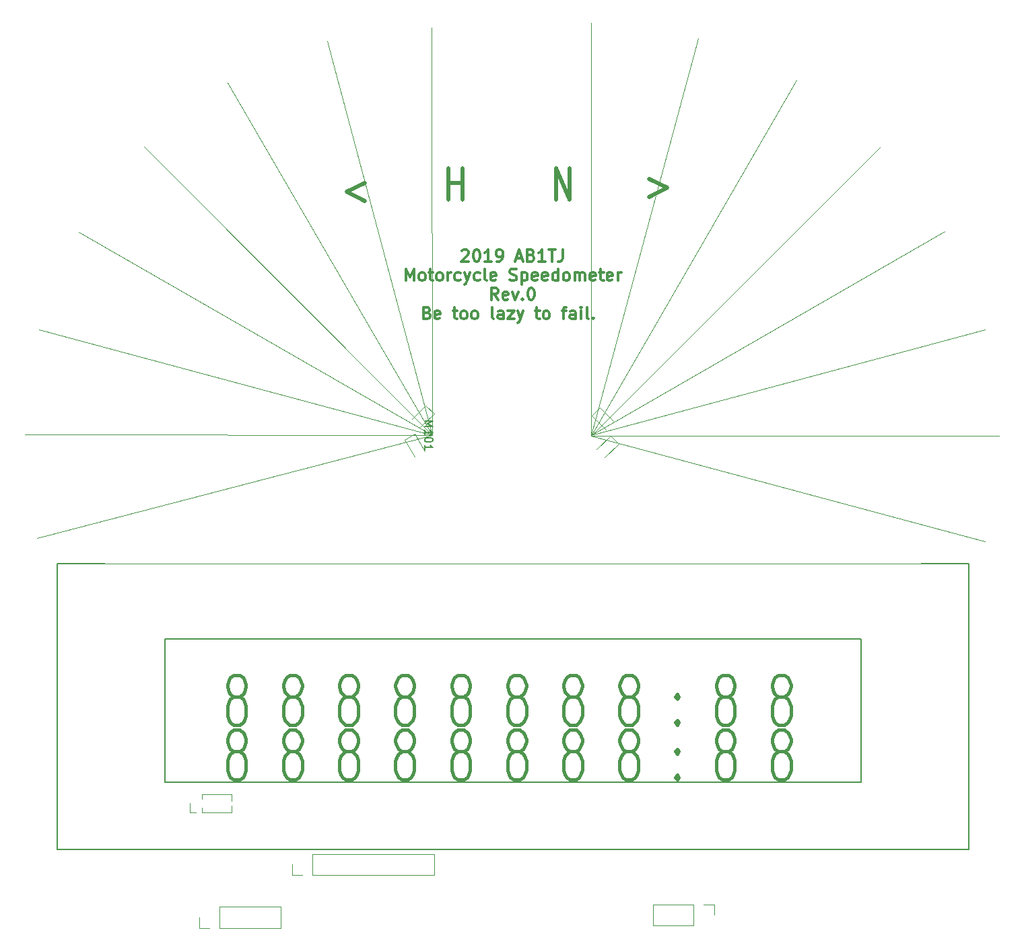
<source format=gto>
G04 #@! TF.GenerationSoftware,KiCad,Pcbnew,(5.99.0-286-g11f0acefe)*
G04 #@! TF.CreationDate,2019-11-05T18:07:44-05:00*
G04 #@! TF.ProjectId,MotorcycleSpeedo,4d6f746f-7263-4796-936c-655370656564,rev?*
G04 #@! TF.SameCoordinates,Original*
G04 #@! TF.FileFunction,Legend,Top*
G04 #@! TF.FilePolarity,Positive*
%FSLAX46Y46*%
G04 Gerber Fmt 4.6, Leading zero omitted, Abs format (unit mm)*
G04 Created by KiCad (PCBNEW (5.99.0-286-g11f0acefe)) date 2019-11-05 18:07:44*
%MOMM*%
%LPD*%
G04 APERTURE LIST*
%ADD10C,0.300000*%
%ADD11C,0.120000*%
%ADD12C,0.150000*%
%ADD13C,0.500000*%
%ADD14C,0.420000*%
G04 APERTURE END LIST*
D10*
X207567142Y-90128928D02*
X207638571Y-90057500D01*
X207781428Y-89986071D01*
X208138571Y-89986071D01*
X208281428Y-90057500D01*
X208352857Y-90128928D01*
X208424285Y-90271785D01*
X208424285Y-90414642D01*
X208352857Y-90628928D01*
X207495714Y-91486071D01*
X208424285Y-91486071D01*
X209352857Y-89986071D02*
X209495714Y-89986071D01*
X209638571Y-90057500D01*
X209710000Y-90128928D01*
X209781428Y-90271785D01*
X209852857Y-90557500D01*
X209852857Y-90914642D01*
X209781428Y-91200357D01*
X209710000Y-91343214D01*
X209638571Y-91414642D01*
X209495714Y-91486071D01*
X209352857Y-91486071D01*
X209210000Y-91414642D01*
X209138571Y-91343214D01*
X209067142Y-91200357D01*
X208995714Y-90914642D01*
X208995714Y-90557500D01*
X209067142Y-90271785D01*
X209138571Y-90128928D01*
X209210000Y-90057500D01*
X209352857Y-89986071D01*
X211281428Y-91486071D02*
X210424285Y-91486071D01*
X210852857Y-91486071D02*
X210852857Y-89986071D01*
X210710000Y-90200357D01*
X210567142Y-90343214D01*
X210424285Y-90414642D01*
X211995714Y-91486071D02*
X212281428Y-91486071D01*
X212424285Y-91414642D01*
X212495714Y-91343214D01*
X212638571Y-91128928D01*
X212710000Y-90843214D01*
X212710000Y-90271785D01*
X212638571Y-90128928D01*
X212567142Y-90057500D01*
X212424285Y-89986071D01*
X212138571Y-89986071D01*
X211995714Y-90057500D01*
X211924285Y-90128928D01*
X211852857Y-90271785D01*
X211852857Y-90628928D01*
X211924285Y-90771785D01*
X211995714Y-90843214D01*
X212138571Y-90914642D01*
X212424285Y-90914642D01*
X212567142Y-90843214D01*
X212638571Y-90771785D01*
X212710000Y-90628928D01*
X214424285Y-91057500D02*
X215138571Y-91057500D01*
X214281428Y-91486071D02*
X214781428Y-89986071D01*
X215281428Y-91486071D01*
X216281428Y-90700357D02*
X216495714Y-90771785D01*
X216567142Y-90843214D01*
X216638571Y-90986071D01*
X216638571Y-91200357D01*
X216567142Y-91343214D01*
X216495714Y-91414642D01*
X216352857Y-91486071D01*
X215781428Y-91486071D01*
X215781428Y-89986071D01*
X216281428Y-89986071D01*
X216424285Y-90057500D01*
X216495714Y-90128928D01*
X216567142Y-90271785D01*
X216567142Y-90414642D01*
X216495714Y-90557500D01*
X216424285Y-90628928D01*
X216281428Y-90700357D01*
X215781428Y-90700357D01*
X218067142Y-91486071D02*
X217210000Y-91486071D01*
X217638571Y-91486071D02*
X217638571Y-89986071D01*
X217495714Y-90200357D01*
X217352857Y-90343214D01*
X217210000Y-90414642D01*
X218495714Y-89986071D02*
X219352857Y-89986071D01*
X218924285Y-91486071D02*
X218924285Y-89986071D01*
X220281428Y-89986071D02*
X220281428Y-91057500D01*
X220210000Y-91271785D01*
X220067142Y-91414642D01*
X219852857Y-91486071D01*
X219710000Y-91486071D01*
X200531428Y-93901071D02*
X200531428Y-92401071D01*
X201031428Y-93472500D01*
X201531428Y-92401071D01*
X201531428Y-93901071D01*
X202460000Y-93901071D02*
X202317142Y-93829642D01*
X202245714Y-93758214D01*
X202174285Y-93615357D01*
X202174285Y-93186785D01*
X202245714Y-93043928D01*
X202317142Y-92972500D01*
X202460000Y-92901071D01*
X202674285Y-92901071D01*
X202817142Y-92972500D01*
X202888571Y-93043928D01*
X202960000Y-93186785D01*
X202960000Y-93615357D01*
X202888571Y-93758214D01*
X202817142Y-93829642D01*
X202674285Y-93901071D01*
X202460000Y-93901071D01*
X203388571Y-92901071D02*
X203960000Y-92901071D01*
X203602857Y-92401071D02*
X203602857Y-93686785D01*
X203674285Y-93829642D01*
X203817142Y-93901071D01*
X203960000Y-93901071D01*
X204674285Y-93901071D02*
X204531428Y-93829642D01*
X204460000Y-93758214D01*
X204388571Y-93615357D01*
X204388571Y-93186785D01*
X204460000Y-93043928D01*
X204531428Y-92972500D01*
X204674285Y-92901071D01*
X204888571Y-92901071D01*
X205031428Y-92972500D01*
X205102857Y-93043928D01*
X205174285Y-93186785D01*
X205174285Y-93615357D01*
X205102857Y-93758214D01*
X205031428Y-93829642D01*
X204888571Y-93901071D01*
X204674285Y-93901071D01*
X205817142Y-93901071D02*
X205817142Y-92901071D01*
X205817142Y-93186785D02*
X205888571Y-93043928D01*
X205960000Y-92972500D01*
X206102857Y-92901071D01*
X206245714Y-92901071D01*
X207388571Y-93829642D02*
X207245714Y-93901071D01*
X206960000Y-93901071D01*
X206817142Y-93829642D01*
X206745714Y-93758214D01*
X206674285Y-93615357D01*
X206674285Y-93186785D01*
X206745714Y-93043928D01*
X206817142Y-92972500D01*
X206960000Y-92901071D01*
X207245714Y-92901071D01*
X207388571Y-92972500D01*
X207888571Y-92901071D02*
X208245714Y-93901071D01*
X208602857Y-92901071D02*
X208245714Y-93901071D01*
X208102857Y-94258214D01*
X208031428Y-94329642D01*
X207888571Y-94401071D01*
X209817142Y-93829642D02*
X209674285Y-93901071D01*
X209388571Y-93901071D01*
X209245714Y-93829642D01*
X209174285Y-93758214D01*
X209102857Y-93615357D01*
X209102857Y-93186785D01*
X209174285Y-93043928D01*
X209245714Y-92972500D01*
X209388571Y-92901071D01*
X209674285Y-92901071D01*
X209817142Y-92972500D01*
X210674285Y-93901071D02*
X210531428Y-93829642D01*
X210460000Y-93686785D01*
X210460000Y-92401071D01*
X211817142Y-93829642D02*
X211674285Y-93901071D01*
X211388571Y-93901071D01*
X211245714Y-93829642D01*
X211174285Y-93686785D01*
X211174285Y-93115357D01*
X211245714Y-92972500D01*
X211388571Y-92901071D01*
X211674285Y-92901071D01*
X211817142Y-92972500D01*
X211888571Y-93115357D01*
X211888571Y-93258214D01*
X211174285Y-93401071D01*
X213602857Y-93829642D02*
X213817142Y-93901071D01*
X214174285Y-93901071D01*
X214317142Y-93829642D01*
X214388571Y-93758214D01*
X214460000Y-93615357D01*
X214460000Y-93472500D01*
X214388571Y-93329642D01*
X214317142Y-93258214D01*
X214174285Y-93186785D01*
X213888571Y-93115357D01*
X213745714Y-93043928D01*
X213674285Y-92972500D01*
X213602857Y-92829642D01*
X213602857Y-92686785D01*
X213674285Y-92543928D01*
X213745714Y-92472500D01*
X213888571Y-92401071D01*
X214245714Y-92401071D01*
X214460000Y-92472500D01*
X215102857Y-92901071D02*
X215102857Y-94401071D01*
X215102857Y-92972500D02*
X215245714Y-92901071D01*
X215531428Y-92901071D01*
X215674285Y-92972500D01*
X215745714Y-93043928D01*
X215817142Y-93186785D01*
X215817142Y-93615357D01*
X215745714Y-93758214D01*
X215674285Y-93829642D01*
X215531428Y-93901071D01*
X215245714Y-93901071D01*
X215102857Y-93829642D01*
X217031428Y-93829642D02*
X216888571Y-93901071D01*
X216602857Y-93901071D01*
X216460000Y-93829642D01*
X216388571Y-93686785D01*
X216388571Y-93115357D01*
X216460000Y-92972500D01*
X216602857Y-92901071D01*
X216888571Y-92901071D01*
X217031428Y-92972500D01*
X217102857Y-93115357D01*
X217102857Y-93258214D01*
X216388571Y-93401071D01*
X218317142Y-93829642D02*
X218174285Y-93901071D01*
X217888571Y-93901071D01*
X217745714Y-93829642D01*
X217674285Y-93686785D01*
X217674285Y-93115357D01*
X217745714Y-92972500D01*
X217888571Y-92901071D01*
X218174285Y-92901071D01*
X218317142Y-92972500D01*
X218388571Y-93115357D01*
X218388571Y-93258214D01*
X217674285Y-93401071D01*
X219674285Y-93901071D02*
X219674285Y-92401071D01*
X219674285Y-93829642D02*
X219531428Y-93901071D01*
X219245714Y-93901071D01*
X219102857Y-93829642D01*
X219031428Y-93758214D01*
X218960000Y-93615357D01*
X218960000Y-93186785D01*
X219031428Y-93043928D01*
X219102857Y-92972500D01*
X219245714Y-92901071D01*
X219531428Y-92901071D01*
X219674285Y-92972500D01*
X220602857Y-93901071D02*
X220460000Y-93829642D01*
X220388571Y-93758214D01*
X220317142Y-93615357D01*
X220317142Y-93186785D01*
X220388571Y-93043928D01*
X220460000Y-92972500D01*
X220602857Y-92901071D01*
X220817142Y-92901071D01*
X220960000Y-92972500D01*
X221031428Y-93043928D01*
X221102857Y-93186785D01*
X221102857Y-93615357D01*
X221031428Y-93758214D01*
X220960000Y-93829642D01*
X220817142Y-93901071D01*
X220602857Y-93901071D01*
X221745714Y-93901071D02*
X221745714Y-92901071D01*
X221745714Y-93043928D02*
X221817142Y-92972500D01*
X221960000Y-92901071D01*
X222174285Y-92901071D01*
X222317142Y-92972500D01*
X222388571Y-93115357D01*
X222388571Y-93901071D01*
X222388571Y-93115357D02*
X222460000Y-92972500D01*
X222602857Y-92901071D01*
X222817142Y-92901071D01*
X222960000Y-92972500D01*
X223031428Y-93115357D01*
X223031428Y-93901071D01*
X224317142Y-93829642D02*
X224174285Y-93901071D01*
X223888571Y-93901071D01*
X223745714Y-93829642D01*
X223674285Y-93686785D01*
X223674285Y-93115357D01*
X223745714Y-92972500D01*
X223888571Y-92901071D01*
X224174285Y-92901071D01*
X224317142Y-92972500D01*
X224388571Y-93115357D01*
X224388571Y-93258214D01*
X223674285Y-93401071D01*
X224817142Y-92901071D02*
X225388571Y-92901071D01*
X225031428Y-92401071D02*
X225031428Y-93686785D01*
X225102857Y-93829642D01*
X225245714Y-93901071D01*
X225388571Y-93901071D01*
X226460000Y-93829642D02*
X226317142Y-93901071D01*
X226031428Y-93901071D01*
X225888571Y-93829642D01*
X225817142Y-93686785D01*
X225817142Y-93115357D01*
X225888571Y-92972500D01*
X226031428Y-92901071D01*
X226317142Y-92901071D01*
X226460000Y-92972500D01*
X226531428Y-93115357D01*
X226531428Y-93258214D01*
X225817142Y-93401071D01*
X227174285Y-93901071D02*
X227174285Y-92901071D01*
X227174285Y-93186785D02*
X227245714Y-93043928D01*
X227317142Y-92972500D01*
X227460000Y-92901071D01*
X227602857Y-92901071D01*
X212138571Y-96316071D02*
X211638571Y-95601785D01*
X211281428Y-96316071D02*
X211281428Y-94816071D01*
X211852857Y-94816071D01*
X211995714Y-94887500D01*
X212067142Y-94958928D01*
X212138571Y-95101785D01*
X212138571Y-95316071D01*
X212067142Y-95458928D01*
X211995714Y-95530357D01*
X211852857Y-95601785D01*
X211281428Y-95601785D01*
X213352857Y-96244642D02*
X213210000Y-96316071D01*
X212924285Y-96316071D01*
X212781428Y-96244642D01*
X212710000Y-96101785D01*
X212710000Y-95530357D01*
X212781428Y-95387500D01*
X212924285Y-95316071D01*
X213210000Y-95316071D01*
X213352857Y-95387500D01*
X213424285Y-95530357D01*
X213424285Y-95673214D01*
X212710000Y-95816071D01*
X213924285Y-95316071D02*
X214281428Y-96316071D01*
X214638571Y-95316071D01*
X215210000Y-96173214D02*
X215281428Y-96244642D01*
X215210000Y-96316071D01*
X215138571Y-96244642D01*
X215210000Y-96173214D01*
X215210000Y-96316071D01*
X216210000Y-94816071D02*
X216352857Y-94816071D01*
X216495714Y-94887500D01*
X216567142Y-94958928D01*
X216638571Y-95101785D01*
X216710000Y-95387500D01*
X216710000Y-95744642D01*
X216638571Y-96030357D01*
X216567142Y-96173214D01*
X216495714Y-96244642D01*
X216352857Y-96316071D01*
X216210000Y-96316071D01*
X216067142Y-96244642D01*
X215995714Y-96173214D01*
X215924285Y-96030357D01*
X215852857Y-95744642D01*
X215852857Y-95387500D01*
X215924285Y-95101785D01*
X215995714Y-94958928D01*
X216067142Y-94887500D01*
X216210000Y-94816071D01*
X203210000Y-97945357D02*
X203424285Y-98016785D01*
X203495714Y-98088214D01*
X203567142Y-98231071D01*
X203567142Y-98445357D01*
X203495714Y-98588214D01*
X203424285Y-98659642D01*
X203281428Y-98731071D01*
X202710000Y-98731071D01*
X202710000Y-97231071D01*
X203210000Y-97231071D01*
X203352857Y-97302500D01*
X203424285Y-97373928D01*
X203495714Y-97516785D01*
X203495714Y-97659642D01*
X203424285Y-97802500D01*
X203352857Y-97873928D01*
X203210000Y-97945357D01*
X202710000Y-97945357D01*
X204781428Y-98659642D02*
X204638571Y-98731071D01*
X204352857Y-98731071D01*
X204210000Y-98659642D01*
X204138571Y-98516785D01*
X204138571Y-97945357D01*
X204210000Y-97802500D01*
X204352857Y-97731071D01*
X204638571Y-97731071D01*
X204781428Y-97802500D01*
X204852857Y-97945357D01*
X204852857Y-98088214D01*
X204138571Y-98231071D01*
X206424285Y-97731071D02*
X206995714Y-97731071D01*
X206638571Y-97231071D02*
X206638571Y-98516785D01*
X206710000Y-98659642D01*
X206852857Y-98731071D01*
X206995714Y-98731071D01*
X207710000Y-98731071D02*
X207567142Y-98659642D01*
X207495714Y-98588214D01*
X207424285Y-98445357D01*
X207424285Y-98016785D01*
X207495714Y-97873928D01*
X207567142Y-97802500D01*
X207710000Y-97731071D01*
X207924285Y-97731071D01*
X208067142Y-97802500D01*
X208138571Y-97873928D01*
X208210000Y-98016785D01*
X208210000Y-98445357D01*
X208138571Y-98588214D01*
X208067142Y-98659642D01*
X207924285Y-98731071D01*
X207710000Y-98731071D01*
X209067142Y-98731071D02*
X208924285Y-98659642D01*
X208852857Y-98588214D01*
X208781428Y-98445357D01*
X208781428Y-98016785D01*
X208852857Y-97873928D01*
X208924285Y-97802500D01*
X209067142Y-97731071D01*
X209281428Y-97731071D01*
X209424285Y-97802500D01*
X209495714Y-97873928D01*
X209567142Y-98016785D01*
X209567142Y-98445357D01*
X209495714Y-98588214D01*
X209424285Y-98659642D01*
X209281428Y-98731071D01*
X209067142Y-98731071D01*
X211567142Y-98731071D02*
X211424285Y-98659642D01*
X211352857Y-98516785D01*
X211352857Y-97231071D01*
X212781428Y-98731071D02*
X212781428Y-97945357D01*
X212710000Y-97802500D01*
X212567142Y-97731071D01*
X212281428Y-97731071D01*
X212138571Y-97802500D01*
X212781428Y-98659642D02*
X212638571Y-98731071D01*
X212281428Y-98731071D01*
X212138571Y-98659642D01*
X212067142Y-98516785D01*
X212067142Y-98373928D01*
X212138571Y-98231071D01*
X212281428Y-98159642D01*
X212638571Y-98159642D01*
X212781428Y-98088214D01*
X213352857Y-97731071D02*
X214138571Y-97731071D01*
X213352857Y-98731071D01*
X214138571Y-98731071D01*
X214567142Y-97731071D02*
X214924285Y-98731071D01*
X215281428Y-97731071D02*
X214924285Y-98731071D01*
X214781428Y-99088214D01*
X214710000Y-99159642D01*
X214567142Y-99231071D01*
X216781428Y-97731071D02*
X217352857Y-97731071D01*
X216995714Y-97231071D02*
X216995714Y-98516785D01*
X217067142Y-98659642D01*
X217210000Y-98731071D01*
X217352857Y-98731071D01*
X218067142Y-98731071D02*
X217924285Y-98659642D01*
X217852857Y-98588214D01*
X217781428Y-98445357D01*
X217781428Y-98016785D01*
X217852857Y-97873928D01*
X217924285Y-97802500D01*
X218067142Y-97731071D01*
X218281428Y-97731071D01*
X218424285Y-97802500D01*
X218495714Y-97873928D01*
X218567142Y-98016785D01*
X218567142Y-98445357D01*
X218495714Y-98588214D01*
X218424285Y-98659642D01*
X218281428Y-98731071D01*
X218067142Y-98731071D01*
X220138571Y-97731071D02*
X220710000Y-97731071D01*
X220352857Y-98731071D02*
X220352857Y-97445357D01*
X220424285Y-97302500D01*
X220567142Y-97231071D01*
X220710000Y-97231071D01*
X221852857Y-98731071D02*
X221852857Y-97945357D01*
X221781428Y-97802500D01*
X221638571Y-97731071D01*
X221352857Y-97731071D01*
X221210000Y-97802500D01*
X221852857Y-98659642D02*
X221710000Y-98731071D01*
X221352857Y-98731071D01*
X221210000Y-98659642D01*
X221138571Y-98516785D01*
X221138571Y-98373928D01*
X221210000Y-98231071D01*
X221352857Y-98159642D01*
X221710000Y-98159642D01*
X221852857Y-98088214D01*
X222567142Y-98731071D02*
X222567142Y-97731071D01*
X222567142Y-97231071D02*
X222495714Y-97302500D01*
X222567142Y-97373928D01*
X222638571Y-97302500D01*
X222567142Y-97231071D01*
X222567142Y-97373928D01*
X223495714Y-98731071D02*
X223352857Y-98659642D01*
X223281428Y-98516785D01*
X223281428Y-97231071D01*
X224067142Y-98588214D02*
X224138571Y-98659642D01*
X224067142Y-98731071D01*
X223995714Y-98659642D01*
X224067142Y-98588214D01*
X224067142Y-98731071D01*
D11*
X223860000Y-113330000D02*
X237260000Y-63430000D01*
X223860000Y-113430000D02*
X249660000Y-68630000D01*
X223860000Y-113330000D02*
X268260000Y-87730000D01*
X223860000Y-113330000D02*
X273360000Y-100030000D01*
X223860000Y-113430000D02*
X273360000Y-126730000D01*
X223860000Y-113430000D02*
X275160000Y-113430000D01*
X223860000Y-113430000D02*
X260260000Y-77030000D01*
X223860000Y-61430000D02*
X223860000Y-113430000D01*
X223860000Y-113430000D02*
X223860000Y-61430000D01*
X203850000Y-113373641D02*
X190610000Y-63780000D01*
X203850000Y-113378640D02*
X178110000Y-69030000D01*
X203850000Y-113378640D02*
X167610000Y-77030000D01*
X203850000Y-113373641D02*
X159360000Y-87780000D01*
X203850000Y-113373641D02*
X154360000Y-100030000D01*
X203850000Y-113378640D02*
X152610000Y-113280000D01*
X203850000Y-113373641D02*
X203792083Y-62059193D01*
X203850000Y-113373641D02*
X154110000Y-126280000D01*
X186210000Y-168730000D02*
X186210000Y-167400000D01*
X187540000Y-168730000D02*
X186210000Y-168730000D01*
X188810000Y-168730000D02*
X188810000Y-166070000D01*
X188810000Y-166070000D02*
X204110000Y-166070000D01*
X188810000Y-168730000D02*
X204110000Y-168730000D01*
X204110000Y-168730000D02*
X204110000Y-166070000D01*
X174520000Y-175380000D02*
X174520000Y-174050000D01*
X175850000Y-175380000D02*
X174520000Y-175380000D01*
X177120000Y-175380000D02*
X177120000Y-172720000D01*
X177120000Y-172720000D02*
X184800000Y-172720000D01*
X177120000Y-175380000D02*
X184800000Y-175380000D01*
X184800000Y-175380000D02*
X184800000Y-172720000D01*
X178605000Y-160810000D02*
X178605000Y-160007530D01*
X178605000Y-159392470D02*
X178605000Y-158590000D01*
X174860000Y-160810000D02*
X178605000Y-160810000D01*
X174860000Y-158590000D02*
X178605000Y-158590000D01*
X174860000Y-160810000D02*
X174860000Y-160263471D01*
X174860000Y-159136529D02*
X174860000Y-158590000D01*
X174100000Y-160810000D02*
X173340000Y-160810000D01*
X173340000Y-160810000D02*
X173340000Y-159700000D01*
D12*
X271300000Y-165500000D02*
X265300000Y-165500000D01*
X271300000Y-165400000D02*
X271300000Y-165500000D01*
X271300000Y-129500000D02*
X265300000Y-129500000D01*
X271300000Y-129700000D02*
X271300000Y-129500000D01*
X271300000Y-132400000D02*
X271300000Y-129700000D01*
X156700000Y-129500000D02*
X162700000Y-129500000D01*
X156700000Y-132500000D02*
X156700000Y-129500000D01*
X156700000Y-165500000D02*
X156700000Y-162500000D01*
X162700000Y-165500000D02*
X156700000Y-165500000D01*
X257800000Y-139000000D02*
X170200000Y-139000000D01*
X257800000Y-157000000D02*
X257800000Y-139000000D01*
X170200000Y-157000000D02*
X257800000Y-157000000D01*
X170200000Y-139000000D02*
X170200000Y-157000000D01*
X156700000Y-132500000D02*
X156700000Y-162500000D01*
X271300000Y-165400000D02*
X271300000Y-132400000D01*
X162700000Y-165500000D02*
X265300000Y-165500000D01*
D11*
X162700000Y-129500000D02*
X265300000Y-129500000D01*
X231580002Y-172419999D02*
X231580002Y-175079999D01*
X236720002Y-172419999D02*
X231580002Y-172419999D01*
X236720002Y-175079999D02*
X231580002Y-175079999D01*
X236720002Y-172419999D02*
X236720002Y-175079999D01*
X237990002Y-172419999D02*
X239320002Y-172419999D01*
X239320002Y-172419999D02*
X239320002Y-173749999D01*
X202314038Y-112365409D02*
X204053521Y-110625926D01*
X204053521Y-110625926D02*
X203014074Y-109586479D01*
X203014074Y-109586479D02*
X201274591Y-111325962D01*
X202896529Y-115355320D02*
X201666529Y-113224898D01*
X201666529Y-113224898D02*
X200393471Y-113959898D01*
X200393471Y-113959898D02*
X201623471Y-116090320D01*
X226695409Y-111625962D02*
X224955926Y-109886479D01*
X224955926Y-109886479D02*
X223916479Y-110925926D01*
X223916479Y-110925926D02*
X225655962Y-112665409D01*
X225545320Y-116184127D02*
X227284803Y-114444644D01*
X227284803Y-114444644D02*
X226245356Y-113405197D01*
X226245356Y-113405197D02*
X224505873Y-115144680D01*
D13*
X231117142Y-81072857D02*
X233402857Y-82215714D01*
X231117142Y-83358571D01*
X219402857Y-83739523D02*
X219402857Y-79739523D01*
X221117142Y-83739523D01*
X221117142Y-79739523D01*
X205902857Y-83739523D02*
X205902857Y-79739523D01*
X205902857Y-81644285D02*
X207617142Y-81644285D01*
X207617142Y-83739523D02*
X207617142Y-79739523D01*
X195402857Y-81572857D02*
X193117142Y-82715714D01*
X195402857Y-83858571D01*
D14*
X178858571Y-146252380D02*
X178467142Y-145953333D01*
X178271428Y-145654285D01*
X178075714Y-145056190D01*
X178075714Y-144757142D01*
X178271428Y-144159047D01*
X178467142Y-143860000D01*
X178858571Y-143560952D01*
X179641428Y-143560952D01*
X180032857Y-143860000D01*
X180228571Y-144159047D01*
X180424285Y-144757142D01*
X180424285Y-145056190D01*
X180228571Y-145654285D01*
X180032857Y-145953333D01*
X179641428Y-146252380D01*
X178858571Y-146252380D01*
X178467142Y-146551428D01*
X178271428Y-146850476D01*
X178075714Y-147448571D01*
X178075714Y-148644761D01*
X178271428Y-149242857D01*
X178467142Y-149541904D01*
X178858571Y-149840952D01*
X179641428Y-149840952D01*
X180032857Y-149541904D01*
X180228571Y-149242857D01*
X180424285Y-148644761D01*
X180424285Y-147448571D01*
X180228571Y-146850476D01*
X180032857Y-146551428D01*
X179641428Y-146252380D01*
X185904285Y-146252380D02*
X185512857Y-145953333D01*
X185317142Y-145654285D01*
X185121428Y-145056190D01*
X185121428Y-144757142D01*
X185317142Y-144159047D01*
X185512857Y-143860000D01*
X185904285Y-143560952D01*
X186687142Y-143560952D01*
X187078571Y-143860000D01*
X187274285Y-144159047D01*
X187470000Y-144757142D01*
X187470000Y-145056190D01*
X187274285Y-145654285D01*
X187078571Y-145953333D01*
X186687142Y-146252380D01*
X185904285Y-146252380D01*
X185512857Y-146551428D01*
X185317142Y-146850476D01*
X185121428Y-147448571D01*
X185121428Y-148644761D01*
X185317142Y-149242857D01*
X185512857Y-149541904D01*
X185904285Y-149840952D01*
X186687142Y-149840952D01*
X187078571Y-149541904D01*
X187274285Y-149242857D01*
X187470000Y-148644761D01*
X187470000Y-147448571D01*
X187274285Y-146850476D01*
X187078571Y-146551428D01*
X186687142Y-146252380D01*
X192950000Y-146252380D02*
X192558571Y-145953333D01*
X192362857Y-145654285D01*
X192167142Y-145056190D01*
X192167142Y-144757142D01*
X192362857Y-144159047D01*
X192558571Y-143860000D01*
X192950000Y-143560952D01*
X193732857Y-143560952D01*
X194124285Y-143860000D01*
X194320000Y-144159047D01*
X194515714Y-144757142D01*
X194515714Y-145056190D01*
X194320000Y-145654285D01*
X194124285Y-145953333D01*
X193732857Y-146252380D01*
X192950000Y-146252380D01*
X192558571Y-146551428D01*
X192362857Y-146850476D01*
X192167142Y-147448571D01*
X192167142Y-148644761D01*
X192362857Y-149242857D01*
X192558571Y-149541904D01*
X192950000Y-149840952D01*
X193732857Y-149840952D01*
X194124285Y-149541904D01*
X194320000Y-149242857D01*
X194515714Y-148644761D01*
X194515714Y-147448571D01*
X194320000Y-146850476D01*
X194124285Y-146551428D01*
X193732857Y-146252380D01*
X199995714Y-146252380D02*
X199604285Y-145953333D01*
X199408571Y-145654285D01*
X199212857Y-145056190D01*
X199212857Y-144757142D01*
X199408571Y-144159047D01*
X199604285Y-143860000D01*
X199995714Y-143560952D01*
X200778571Y-143560952D01*
X201170000Y-143860000D01*
X201365714Y-144159047D01*
X201561428Y-144757142D01*
X201561428Y-145056190D01*
X201365714Y-145654285D01*
X201170000Y-145953333D01*
X200778571Y-146252380D01*
X199995714Y-146252380D01*
X199604285Y-146551428D01*
X199408571Y-146850476D01*
X199212857Y-147448571D01*
X199212857Y-148644761D01*
X199408571Y-149242857D01*
X199604285Y-149541904D01*
X199995714Y-149840952D01*
X200778571Y-149840952D01*
X201170000Y-149541904D01*
X201365714Y-149242857D01*
X201561428Y-148644761D01*
X201561428Y-147448571D01*
X201365714Y-146850476D01*
X201170000Y-146551428D01*
X200778571Y-146252380D01*
X207041428Y-146252380D02*
X206650000Y-145953333D01*
X206454285Y-145654285D01*
X206258571Y-145056190D01*
X206258571Y-144757142D01*
X206454285Y-144159047D01*
X206650000Y-143860000D01*
X207041428Y-143560952D01*
X207824285Y-143560952D01*
X208215714Y-143860000D01*
X208411428Y-144159047D01*
X208607142Y-144757142D01*
X208607142Y-145056190D01*
X208411428Y-145654285D01*
X208215714Y-145953333D01*
X207824285Y-146252380D01*
X207041428Y-146252380D01*
X206650000Y-146551428D01*
X206454285Y-146850476D01*
X206258571Y-147448571D01*
X206258571Y-148644761D01*
X206454285Y-149242857D01*
X206650000Y-149541904D01*
X207041428Y-149840952D01*
X207824285Y-149840952D01*
X208215714Y-149541904D01*
X208411428Y-149242857D01*
X208607142Y-148644761D01*
X208607142Y-147448571D01*
X208411428Y-146850476D01*
X208215714Y-146551428D01*
X207824285Y-146252380D01*
X214087142Y-146252380D02*
X213695714Y-145953333D01*
X213500000Y-145654285D01*
X213304285Y-145056190D01*
X213304285Y-144757142D01*
X213500000Y-144159047D01*
X213695714Y-143860000D01*
X214087142Y-143560952D01*
X214870000Y-143560952D01*
X215261428Y-143860000D01*
X215457142Y-144159047D01*
X215652857Y-144757142D01*
X215652857Y-145056190D01*
X215457142Y-145654285D01*
X215261428Y-145953333D01*
X214870000Y-146252380D01*
X214087142Y-146252380D01*
X213695714Y-146551428D01*
X213500000Y-146850476D01*
X213304285Y-147448571D01*
X213304285Y-148644761D01*
X213500000Y-149242857D01*
X213695714Y-149541904D01*
X214087142Y-149840952D01*
X214870000Y-149840952D01*
X215261428Y-149541904D01*
X215457142Y-149242857D01*
X215652857Y-148644761D01*
X215652857Y-147448571D01*
X215457142Y-146850476D01*
X215261428Y-146551428D01*
X214870000Y-146252380D01*
X221132857Y-146252380D02*
X220741428Y-145953333D01*
X220545714Y-145654285D01*
X220350000Y-145056190D01*
X220350000Y-144757142D01*
X220545714Y-144159047D01*
X220741428Y-143860000D01*
X221132857Y-143560952D01*
X221915714Y-143560952D01*
X222307142Y-143860000D01*
X222502857Y-144159047D01*
X222698571Y-144757142D01*
X222698571Y-145056190D01*
X222502857Y-145654285D01*
X222307142Y-145953333D01*
X221915714Y-146252380D01*
X221132857Y-146252380D01*
X220741428Y-146551428D01*
X220545714Y-146850476D01*
X220350000Y-147448571D01*
X220350000Y-148644761D01*
X220545714Y-149242857D01*
X220741428Y-149541904D01*
X221132857Y-149840952D01*
X221915714Y-149840952D01*
X222307142Y-149541904D01*
X222502857Y-149242857D01*
X222698571Y-148644761D01*
X222698571Y-147448571D01*
X222502857Y-146850476D01*
X222307142Y-146551428D01*
X221915714Y-146252380D01*
X228178571Y-146252380D02*
X227787142Y-145953333D01*
X227591428Y-145654285D01*
X227395714Y-145056190D01*
X227395714Y-144757142D01*
X227591428Y-144159047D01*
X227787142Y-143860000D01*
X228178571Y-143560952D01*
X228961428Y-143560952D01*
X229352857Y-143860000D01*
X229548571Y-144159047D01*
X229744285Y-144757142D01*
X229744285Y-145056190D01*
X229548571Y-145654285D01*
X229352857Y-145953333D01*
X228961428Y-146252380D01*
X228178571Y-146252380D01*
X227787142Y-146551428D01*
X227591428Y-146850476D01*
X227395714Y-147448571D01*
X227395714Y-148644761D01*
X227591428Y-149242857D01*
X227787142Y-149541904D01*
X228178571Y-149840952D01*
X228961428Y-149840952D01*
X229352857Y-149541904D01*
X229548571Y-149242857D01*
X229744285Y-148644761D01*
X229744285Y-147448571D01*
X229548571Y-146850476D01*
X229352857Y-146551428D01*
X228961428Y-146252380D01*
X234637142Y-149242857D02*
X234832857Y-149541904D01*
X234637142Y-149840952D01*
X234441428Y-149541904D01*
X234637142Y-149242857D01*
X234637142Y-149840952D01*
X234637142Y-145953333D02*
X234832857Y-146252380D01*
X234637142Y-146551428D01*
X234441428Y-146252380D01*
X234637142Y-145953333D01*
X234637142Y-146551428D01*
X240312857Y-146252380D02*
X239921428Y-145953333D01*
X239725714Y-145654285D01*
X239530000Y-145056190D01*
X239530000Y-144757142D01*
X239725714Y-144159047D01*
X239921428Y-143860000D01*
X240312857Y-143560952D01*
X241095714Y-143560952D01*
X241487142Y-143860000D01*
X241682857Y-144159047D01*
X241878571Y-144757142D01*
X241878571Y-145056190D01*
X241682857Y-145654285D01*
X241487142Y-145953333D01*
X241095714Y-146252380D01*
X240312857Y-146252380D01*
X239921428Y-146551428D01*
X239725714Y-146850476D01*
X239530000Y-147448571D01*
X239530000Y-148644761D01*
X239725714Y-149242857D01*
X239921428Y-149541904D01*
X240312857Y-149840952D01*
X241095714Y-149840952D01*
X241487142Y-149541904D01*
X241682857Y-149242857D01*
X241878571Y-148644761D01*
X241878571Y-147448571D01*
X241682857Y-146850476D01*
X241487142Y-146551428D01*
X241095714Y-146252380D01*
X247358571Y-146252380D02*
X246967142Y-145953333D01*
X246771428Y-145654285D01*
X246575714Y-145056190D01*
X246575714Y-144757142D01*
X246771428Y-144159047D01*
X246967142Y-143860000D01*
X247358571Y-143560952D01*
X248141428Y-143560952D01*
X248532857Y-143860000D01*
X248728571Y-144159047D01*
X248924285Y-144757142D01*
X248924285Y-145056190D01*
X248728571Y-145654285D01*
X248532857Y-145953333D01*
X248141428Y-146252380D01*
X247358571Y-146252380D01*
X246967142Y-146551428D01*
X246771428Y-146850476D01*
X246575714Y-147448571D01*
X246575714Y-148644761D01*
X246771428Y-149242857D01*
X246967142Y-149541904D01*
X247358571Y-149840952D01*
X248141428Y-149840952D01*
X248532857Y-149541904D01*
X248728571Y-149242857D01*
X248924285Y-148644761D01*
X248924285Y-147448571D01*
X248728571Y-146850476D01*
X248532857Y-146551428D01*
X248141428Y-146252380D01*
X178858571Y-153152380D02*
X178467142Y-152853333D01*
X178271428Y-152554285D01*
X178075714Y-151956190D01*
X178075714Y-151657142D01*
X178271428Y-151059047D01*
X178467142Y-150760000D01*
X178858571Y-150460952D01*
X179641428Y-150460952D01*
X180032857Y-150760000D01*
X180228571Y-151059047D01*
X180424285Y-151657142D01*
X180424285Y-151956190D01*
X180228571Y-152554285D01*
X180032857Y-152853333D01*
X179641428Y-153152380D01*
X178858571Y-153152380D01*
X178467142Y-153451428D01*
X178271428Y-153750476D01*
X178075714Y-154348571D01*
X178075714Y-155544761D01*
X178271428Y-156142857D01*
X178467142Y-156441904D01*
X178858571Y-156740952D01*
X179641428Y-156740952D01*
X180032857Y-156441904D01*
X180228571Y-156142857D01*
X180424285Y-155544761D01*
X180424285Y-154348571D01*
X180228571Y-153750476D01*
X180032857Y-153451428D01*
X179641428Y-153152380D01*
X185904285Y-153152380D02*
X185512857Y-152853333D01*
X185317142Y-152554285D01*
X185121428Y-151956190D01*
X185121428Y-151657142D01*
X185317142Y-151059047D01*
X185512857Y-150760000D01*
X185904285Y-150460952D01*
X186687142Y-150460952D01*
X187078571Y-150760000D01*
X187274285Y-151059047D01*
X187470000Y-151657142D01*
X187470000Y-151956190D01*
X187274285Y-152554285D01*
X187078571Y-152853333D01*
X186687142Y-153152380D01*
X185904285Y-153152380D01*
X185512857Y-153451428D01*
X185317142Y-153750476D01*
X185121428Y-154348571D01*
X185121428Y-155544761D01*
X185317142Y-156142857D01*
X185512857Y-156441904D01*
X185904285Y-156740952D01*
X186687142Y-156740952D01*
X187078571Y-156441904D01*
X187274285Y-156142857D01*
X187470000Y-155544761D01*
X187470000Y-154348571D01*
X187274285Y-153750476D01*
X187078571Y-153451428D01*
X186687142Y-153152380D01*
X192950000Y-153152380D02*
X192558571Y-152853333D01*
X192362857Y-152554285D01*
X192167142Y-151956190D01*
X192167142Y-151657142D01*
X192362857Y-151059047D01*
X192558571Y-150760000D01*
X192950000Y-150460952D01*
X193732857Y-150460952D01*
X194124285Y-150760000D01*
X194320000Y-151059047D01*
X194515714Y-151657142D01*
X194515714Y-151956190D01*
X194320000Y-152554285D01*
X194124285Y-152853333D01*
X193732857Y-153152380D01*
X192950000Y-153152380D01*
X192558571Y-153451428D01*
X192362857Y-153750476D01*
X192167142Y-154348571D01*
X192167142Y-155544761D01*
X192362857Y-156142857D01*
X192558571Y-156441904D01*
X192950000Y-156740952D01*
X193732857Y-156740952D01*
X194124285Y-156441904D01*
X194320000Y-156142857D01*
X194515714Y-155544761D01*
X194515714Y-154348571D01*
X194320000Y-153750476D01*
X194124285Y-153451428D01*
X193732857Y-153152380D01*
X199995714Y-153152380D02*
X199604285Y-152853333D01*
X199408571Y-152554285D01*
X199212857Y-151956190D01*
X199212857Y-151657142D01*
X199408571Y-151059047D01*
X199604285Y-150760000D01*
X199995714Y-150460952D01*
X200778571Y-150460952D01*
X201170000Y-150760000D01*
X201365714Y-151059047D01*
X201561428Y-151657142D01*
X201561428Y-151956190D01*
X201365714Y-152554285D01*
X201170000Y-152853333D01*
X200778571Y-153152380D01*
X199995714Y-153152380D01*
X199604285Y-153451428D01*
X199408571Y-153750476D01*
X199212857Y-154348571D01*
X199212857Y-155544761D01*
X199408571Y-156142857D01*
X199604285Y-156441904D01*
X199995714Y-156740952D01*
X200778571Y-156740952D01*
X201170000Y-156441904D01*
X201365714Y-156142857D01*
X201561428Y-155544761D01*
X201561428Y-154348571D01*
X201365714Y-153750476D01*
X201170000Y-153451428D01*
X200778571Y-153152380D01*
X207041428Y-153152380D02*
X206650000Y-152853333D01*
X206454285Y-152554285D01*
X206258571Y-151956190D01*
X206258571Y-151657142D01*
X206454285Y-151059047D01*
X206650000Y-150760000D01*
X207041428Y-150460952D01*
X207824285Y-150460952D01*
X208215714Y-150760000D01*
X208411428Y-151059047D01*
X208607142Y-151657142D01*
X208607142Y-151956190D01*
X208411428Y-152554285D01*
X208215714Y-152853333D01*
X207824285Y-153152380D01*
X207041428Y-153152380D01*
X206650000Y-153451428D01*
X206454285Y-153750476D01*
X206258571Y-154348571D01*
X206258571Y-155544761D01*
X206454285Y-156142857D01*
X206650000Y-156441904D01*
X207041428Y-156740952D01*
X207824285Y-156740952D01*
X208215714Y-156441904D01*
X208411428Y-156142857D01*
X208607142Y-155544761D01*
X208607142Y-154348571D01*
X208411428Y-153750476D01*
X208215714Y-153451428D01*
X207824285Y-153152380D01*
X214087142Y-153152380D02*
X213695714Y-152853333D01*
X213500000Y-152554285D01*
X213304285Y-151956190D01*
X213304285Y-151657142D01*
X213500000Y-151059047D01*
X213695714Y-150760000D01*
X214087142Y-150460952D01*
X214870000Y-150460952D01*
X215261428Y-150760000D01*
X215457142Y-151059047D01*
X215652857Y-151657142D01*
X215652857Y-151956190D01*
X215457142Y-152554285D01*
X215261428Y-152853333D01*
X214870000Y-153152380D01*
X214087142Y-153152380D01*
X213695714Y-153451428D01*
X213500000Y-153750476D01*
X213304285Y-154348571D01*
X213304285Y-155544761D01*
X213500000Y-156142857D01*
X213695714Y-156441904D01*
X214087142Y-156740952D01*
X214870000Y-156740952D01*
X215261428Y-156441904D01*
X215457142Y-156142857D01*
X215652857Y-155544761D01*
X215652857Y-154348571D01*
X215457142Y-153750476D01*
X215261428Y-153451428D01*
X214870000Y-153152380D01*
X221132857Y-153152380D02*
X220741428Y-152853333D01*
X220545714Y-152554285D01*
X220350000Y-151956190D01*
X220350000Y-151657142D01*
X220545714Y-151059047D01*
X220741428Y-150760000D01*
X221132857Y-150460952D01*
X221915714Y-150460952D01*
X222307142Y-150760000D01*
X222502857Y-151059047D01*
X222698571Y-151657142D01*
X222698571Y-151956190D01*
X222502857Y-152554285D01*
X222307142Y-152853333D01*
X221915714Y-153152380D01*
X221132857Y-153152380D01*
X220741428Y-153451428D01*
X220545714Y-153750476D01*
X220350000Y-154348571D01*
X220350000Y-155544761D01*
X220545714Y-156142857D01*
X220741428Y-156441904D01*
X221132857Y-156740952D01*
X221915714Y-156740952D01*
X222307142Y-156441904D01*
X222502857Y-156142857D01*
X222698571Y-155544761D01*
X222698571Y-154348571D01*
X222502857Y-153750476D01*
X222307142Y-153451428D01*
X221915714Y-153152380D01*
X228178571Y-153152380D02*
X227787142Y-152853333D01*
X227591428Y-152554285D01*
X227395714Y-151956190D01*
X227395714Y-151657142D01*
X227591428Y-151059047D01*
X227787142Y-150760000D01*
X228178571Y-150460952D01*
X228961428Y-150460952D01*
X229352857Y-150760000D01*
X229548571Y-151059047D01*
X229744285Y-151657142D01*
X229744285Y-151956190D01*
X229548571Y-152554285D01*
X229352857Y-152853333D01*
X228961428Y-153152380D01*
X228178571Y-153152380D01*
X227787142Y-153451428D01*
X227591428Y-153750476D01*
X227395714Y-154348571D01*
X227395714Y-155544761D01*
X227591428Y-156142857D01*
X227787142Y-156441904D01*
X228178571Y-156740952D01*
X228961428Y-156740952D01*
X229352857Y-156441904D01*
X229548571Y-156142857D01*
X229744285Y-155544761D01*
X229744285Y-154348571D01*
X229548571Y-153750476D01*
X229352857Y-153451428D01*
X228961428Y-153152380D01*
X234637142Y-156142857D02*
X234832857Y-156441904D01*
X234637142Y-156740952D01*
X234441428Y-156441904D01*
X234637142Y-156142857D01*
X234637142Y-156740952D01*
X234637142Y-152853333D02*
X234832857Y-153152380D01*
X234637142Y-153451428D01*
X234441428Y-153152380D01*
X234637142Y-152853333D01*
X234637142Y-153451428D01*
X240312857Y-153152380D02*
X239921428Y-152853333D01*
X239725714Y-152554285D01*
X239530000Y-151956190D01*
X239530000Y-151657142D01*
X239725714Y-151059047D01*
X239921428Y-150760000D01*
X240312857Y-150460952D01*
X241095714Y-150460952D01*
X241487142Y-150760000D01*
X241682857Y-151059047D01*
X241878571Y-151657142D01*
X241878571Y-151956190D01*
X241682857Y-152554285D01*
X241487142Y-152853333D01*
X241095714Y-153152380D01*
X240312857Y-153152380D01*
X239921428Y-153451428D01*
X239725714Y-153750476D01*
X239530000Y-154348571D01*
X239530000Y-155544761D01*
X239725714Y-156142857D01*
X239921428Y-156441904D01*
X240312857Y-156740952D01*
X241095714Y-156740952D01*
X241487142Y-156441904D01*
X241682857Y-156142857D01*
X241878571Y-155544761D01*
X241878571Y-154348571D01*
X241682857Y-153750476D01*
X241487142Y-153451428D01*
X241095714Y-153152380D01*
X247358571Y-153152380D02*
X246967142Y-152853333D01*
X246771428Y-152554285D01*
X246575714Y-151956190D01*
X246575714Y-151657142D01*
X246771428Y-151059047D01*
X246967142Y-150760000D01*
X247358571Y-150460952D01*
X248141428Y-150460952D01*
X248532857Y-150760000D01*
X248728571Y-151059047D01*
X248924285Y-151657142D01*
X248924285Y-151956190D01*
X248728571Y-152554285D01*
X248532857Y-152853333D01*
X248141428Y-153152380D01*
X247358571Y-153152380D01*
X246967142Y-153451428D01*
X246771428Y-153750476D01*
X246575714Y-154348571D01*
X246575714Y-155544761D01*
X246771428Y-156142857D01*
X246967142Y-156441904D01*
X247358571Y-156740952D01*
X248141428Y-156740952D01*
X248532857Y-156441904D01*
X248728571Y-156142857D01*
X248924285Y-155544761D01*
X248924285Y-154348571D01*
X248728571Y-153750476D01*
X248532857Y-153451428D01*
X248141428Y-153152380D01*
D12*
X202897619Y-111616735D02*
X203897619Y-111616735D01*
X203183333Y-111950068D01*
X203897619Y-112283401D01*
X202897619Y-112283401D01*
X202897619Y-113283401D02*
X202897619Y-112711973D01*
X202897619Y-112997687D02*
X203897619Y-112997687D01*
X203754761Y-112902449D01*
X203659523Y-112807211D01*
X203611904Y-112711973D01*
X203897619Y-113902449D02*
X203897619Y-113997687D01*
X203850000Y-114092925D01*
X203802380Y-114140544D01*
X203707142Y-114188163D01*
X203516666Y-114235782D01*
X203278571Y-114235782D01*
X203088095Y-114188163D01*
X202992857Y-114140544D01*
X202945238Y-114092925D01*
X202897619Y-113997687D01*
X202897619Y-113902449D01*
X202945238Y-113807211D01*
X202992857Y-113759592D01*
X203088095Y-113711973D01*
X203278571Y-113664354D01*
X203516666Y-113664354D01*
X203707142Y-113711973D01*
X203802380Y-113759592D01*
X203850000Y-113807211D01*
X203897619Y-113902449D01*
X202897619Y-115188163D02*
X202897619Y-114616735D01*
X202897619Y-114902449D02*
X203897619Y-114902449D01*
X203754761Y-114807211D01*
X203659523Y-114711973D01*
X203611904Y-114616735D01*
M02*

</source>
